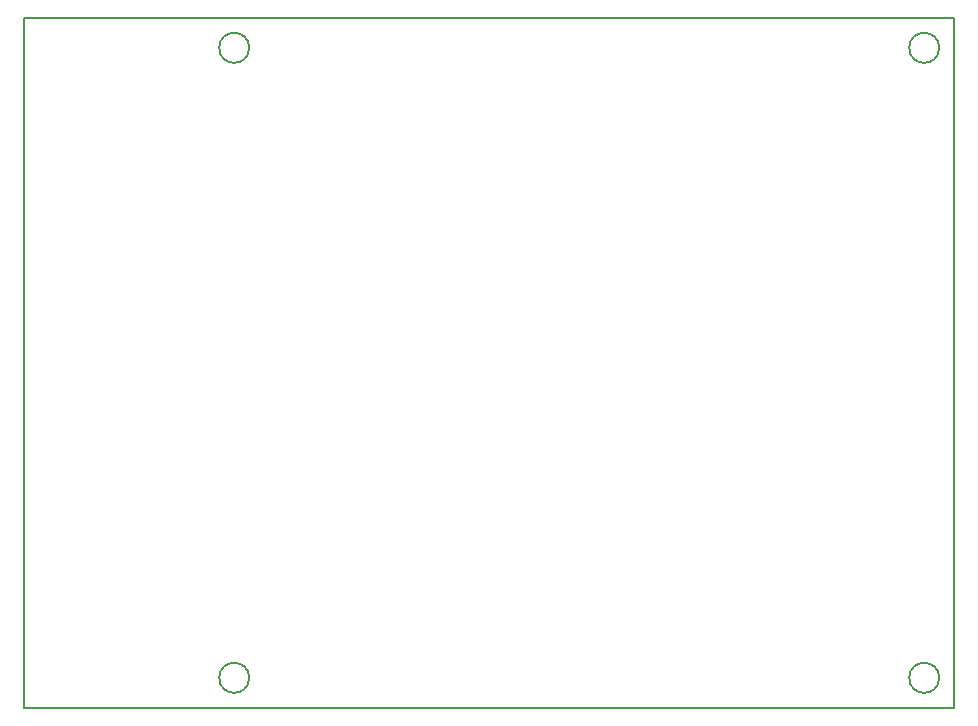
<source format=gbr>
G04 #@! TF.FileFunction,Profile,NP*
%FSLAX46Y46*%
G04 Gerber Fmt 4.6, Leading zero omitted, Abs format (unit mm)*
G04 Created by KiCad (PCBNEW 4.0.6) date 05/21/18 13:30:20*
%MOMM*%
%LPD*%
G01*
G04 APERTURE LIST*
%ADD10C,0.100000*%
%ADD11C,0.150000*%
G04 APERTURE END LIST*
D10*
D11*
X184150000Y-93980000D02*
G75*
G03X184150000Y-93980000I-1270000J0D01*
G01*
X184150000Y-147320000D02*
G75*
G03X184150000Y-147320000I-1270000J0D01*
G01*
X242570000Y-93980000D02*
G75*
G03X242570000Y-93980000I-1270000J0D01*
G01*
X242570000Y-147320000D02*
G75*
G03X242570000Y-147320000I-1270000J0D01*
G01*
X165100000Y-149860000D02*
X165100000Y-91440000D01*
X243840000Y-149860000D02*
X165100000Y-149860000D01*
X243840000Y-91440000D02*
X243840000Y-149860000D01*
X165100000Y-91440000D02*
X243840000Y-91440000D01*
M02*

</source>
